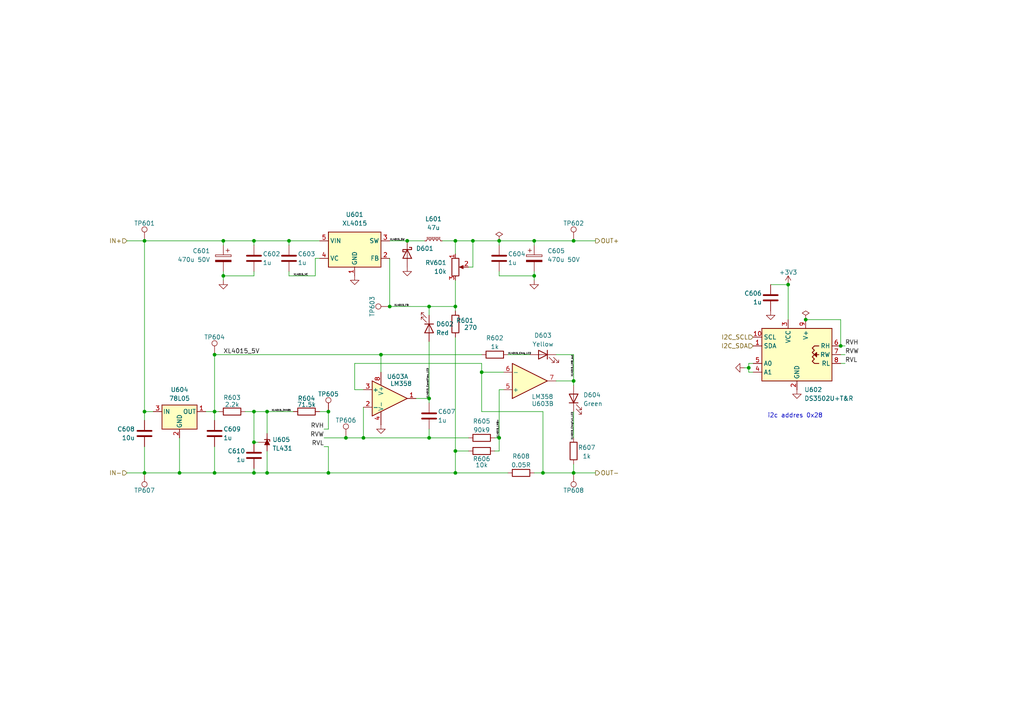
<source format=kicad_sch>
(kicad_sch (version 20250114) (generator "eeschema") (generator_version "9.0")
  (paper "A4")
  (lib_symbols
    (symbol "Amplifier_Operational:LM358" (pin_names (offset 0.127))
      (property "Reference" "U" (at 0 5.08 0))
      (property "Value" "LM358" (at 0 -5.08 0))
      (symbol "LM358_1_1"
        (polyline (pts (xy -5.08 5.08) (xy 5.08 0) (xy -5.08 -5.08) (xy -5.08 5.08)) (stroke (width 0.254)) (fill (type background)))
        (pin input line (at -7.62 2.54 0) (length 2.54) (name "+") (number "3"))
        (pin input line (at -7.62 -2.54 0) (length 2.54) (name "-") (number "2"))
        (pin output line (at 7.62 0 180) (length 2.54) (name "~") (number "1"))
      )
      (symbol "LM358_2_1"
        (polyline (pts (xy -5.08 5.08) (xy 5.08 0) (xy -5.08 -5.08) (xy -5.08 5.08)) (stroke (width 0.254)) (fill (type background)))
        (pin input line (at -7.62 2.54 0) (length 2.54) (name "+") (number "5"))
        (pin input line (at -7.62 -2.54 0) (length 2.54) (name "-") (number "6"))
        (pin output line (at 7.62 0 180) (length 2.54) (name "~") (number "7"))
      )
      (symbol "LM358_3_1"
        (pin power_in line (at -2.54 7.62 270) (length 3.81) (name "V+") (number "8"))
        (pin power_in line (at -2.54 -7.62 90) (length 3.81) (name "V-") (number "4"))
      )
    )
    (symbol "Connector:TestPoint" (pin_numbers (hide yes)) (pin_names (offset 0.762) (hide yes))
      (property "Reference" "TP" (at 0 6.858 0))
      (property "Value" "TestPoint" (at 0 5.08 0))
      (symbol "TestPoint_0_1"
        (circle (center 0 3.302) (radius 0.762))
      )
      (symbol "TestPoint_1_1"
        (pin passive line (at 0 0 90) (length 2.54) (name "1") (number "1"))
      )
    )
    (symbol "Device:C" (pin_numbers (hide yes)) (pin_names (offset 0.254))
      (property "Reference" "C" (at 0.635 2.54 0))
      (property "Value" "C" (at 0.635 -2.54 0))
      (symbol "C_0_1"
        (polyline (pts (xy -2.032 0.762) (xy 2.032 0.762)) (stroke (width 0.508)))
        (polyline (pts (xy -2.032 -0.762) (xy 2.032 -0.762)) (stroke (width 0.508)))
      )
      (symbol "C_1_1"
        (pin passive line (at 0 3.81 270) (length 2.794) (name "~") (number "1"))
        (pin passive line (at 0 -3.81 90) (length 2.794) (name "~") (number "2"))
      )
    )
    (symbol "Device:C_Polarized" (pin_numbers (hide yes)) (pin_names (offset 0.254))
      (property "Reference" "C" (at 0.635 2.54 0))
      (property "Value" "C_Polarized" (at 0.635 -2.54 0))
      (symbol "C_Polarized_0_1"
        (rectangle (start -2.286 0.508) (end 2.286 1.016))
        (polyline (pts (xy -1.778 2.286) (xy -0.762 2.286)))
        (polyline (pts (xy -1.27 2.794) (xy -1.27 1.778)))
        (rectangle (start 2.286 -0.508) (end -2.286 -1.016) (fill (type outline)))
      )
      (symbol "C_Polarized_1_1"
        (pin passive line (at 0 3.81 270) (length 2.794) (name "~") (number "1"))
        (pin passive line (at 0 -3.81 90) (length 2.794) (name "~") (number "2"))
      )
    )
    (symbol "Device:D_Schottky" (pin_numbers (hide yes)) (pin_names (offset 1.016) (hide yes))
      (property "Reference" "D" (at 0 2.54 0))
      (property "Value" "D_Schottky" (at 0 -2.54 0))
      (symbol "D_Schottky_0_1"
        (polyline (pts (xy -1.905 0.635) (xy -1.905 1.27) (xy -1.27 1.27) (xy -1.27 -1.27) (xy -0.635 -1.27) (xy -0.635 -0.635)) (stroke (width 0.254)))
        (polyline (pts (xy 1.27 1.27) (xy 1.27 -1.27) (xy -1.27 0) (xy 1.27 1.27)) (stroke (width 0.254)))
        (polyline (pts (xy 1.27 0) (xy -1.27 0)))
      )
      (symbol "D_Schottky_1_1"
        (pin passive line (at -3.81 0 0) (length 2.54) (name "K") (number "1"))
        (pin passive line (at 3.81 0 180) (length 2.54) (name "A") (number "2"))
      )
    )
    (symbol "Device:LED" (pin_numbers (hide yes)) (pin_names (offset 1.016) (hide yes))
      (property "Reference" "D" (at 0 2.54 0))
      (property "Value" "LED" (at 0 -2.54 0))
      (symbol "LED_0_1"
        (polyline (pts (xy -3.048 -0.762) (xy -4.572 -2.286) (xy -3.81 -2.286) (xy -4.572 -2.286) (xy -4.572 -1.524)))
        (polyline (pts (xy -1.778 -0.762) (xy -3.302 -2.286) (xy -2.54 -2.286) (xy -3.302 -2.286) (xy -3.302 -1.524)))
        (polyline (pts (xy -1.27 0) (xy 1.27 0)))
        (polyline (pts (xy -1.27 -1.27) (xy -1.27 1.27)) (stroke (width 0.254)))
        (polyline (pts (xy 1.27 -1.27) (xy 1.27 1.27) (xy -1.27 0) (xy 1.27 -1.27)) (stroke (width 0.254)))
      )
      (symbol "LED_1_1"
        (pin passive line (at -3.81 0 0) (length 2.54) (name "K") (number "1"))
        (pin passive line (at 3.81 0 180) (length 2.54) (name "A") (number "2"))
      )
    )
    (symbol "Device:L_Ferrite_Small" (pin_numbers (hide yes)) (pin_names (offset 0.254) (hide yes))
      (property "Reference" "L" (at 1.27 1.016 0))
      (property "Value" "L_Ferrite_Small" (at 1.27 -1.27 0))
      (symbol "L_Ferrite_Small_0_1"
        (arc (start 0 2.032) (mid 0.5058 1.524) (end 0 1.016))
        (arc (start 0 1.016) (mid 0.5058 0.508) (end 0 0))
        (arc (start 0 0) (mid 0.5058 -0.508) (end 0 -1.016))
        (arc (start 0 -1.016) (mid 0.5058 -1.524) (end 0 -2.032))
        (polyline (pts (xy 0.762 1.651) (xy 0.762 1.905)))
        (polyline (pts (xy 0.762 1.143) (xy 0.762 1.397)))
        (polyline (pts (xy 0.762 0.635) (xy 0.762 0.889)))
        (polyline (pts (xy 0.762 0.127) (xy 0.762 0.381)))
        (polyline (pts (xy 0.762 -0.381) (xy 0.762 -0.127)))
        (polyline (pts (xy 0.762 -0.889) (xy 0.762 -0.635)))
        (polyline (pts (xy 0.762 -1.397) (xy 0.762 -1.143)))
        (polyline (pts (xy 0.762 -1.905) (xy 0.762 -1.651)))
        (polyline (pts (xy 1.016 1.905) (xy 1.016 1.651)))
        (polyline (pts (xy 1.016 1.397) (xy 1.016 1.143)))
        (polyline (pts (xy 1.016 0.889) (xy 1.016 0.635)))
        (polyline (pts (xy 1.016 0.381) (xy 1.016 0.127)))
        (polyline (pts (xy 1.016 -0.127) (xy 1.016 -0.381)))
        (polyline (pts (xy 1.016 -0.635) (xy 1.016 -0.889)))
        (polyline (pts (xy 1.016 -1.143) (xy 1.016 -1.397)))
        (polyline (pts (xy 1.016 -1.651) (xy 1.016 -1.905)))
      )
      (symbol "L_Ferrite_Small_1_1"
        (pin passive line (at 0 2.54 270) (length 0.508) (name "~") (number "1"))
        (pin passive line (at 0 -2.54 90) (length 0.508) (name "~") (number "2"))
      )
    )
    (symbol "Device:R" (pin_numbers (hide yes)) (pin_names (offset 0))
      (property "Reference" "R" (at 2.032 0 90))
      (property "Value" "R" (at 0 0 90))
      (symbol "R_0_1"
        (rectangle (start -1.016 -2.54) (end 1.016 2.54) (stroke (width 0.254)))
      )
      (symbol "R_1_1"
        (pin passive line (at 0 3.81 270) (length 1.27) (name "~") (number "1"))
        (pin passive line (at 0 -3.81 90) (length 1.27) (name "~") (number "2"))
      )
    )
    (symbol "Device:R_Potentiometer" (pin_names (offset 1.016) (hide yes))
      (property "Reference" "RV" (at -4.445 0 90))
      (property "Value" "R_Potentiometer" (at -2.54 0 90))
      (symbol "R_Potentiometer_0_1"
        (rectangle (start 1.016 2.54) (end -1.016 -2.54) (stroke (width 0.254)))
        (polyline (pts (xy 1.143 0) (xy 2.286 0.508) (xy 2.286 -0.508) (xy 1.143 0)) (fill (type outline)))
        (polyline (pts (xy 2.54 0) (xy 1.524 0)))
      )
      (symbol "R_Potentiometer_1_1"
        (pin passive line (at 0 3.81 270) (length 1.27) (name "1") (number "1"))
        (pin passive line (at 0 -3.81 90) (length 1.27) (name "3") (number "3"))
        (pin passive line (at 3.81 0 180) (length 1.27) (name "2") (number "2"))
      )
    )
    (symbol "Potentiometer_Digital:DS3502"
      (property "Reference" "U6" (at -10.16 8.89 0))
      (property "Value" "DS3502" (at 5.08 8.89 0))
      (symbol "DS3502_0_1"
        (rectangle (start -10.16 7.62) (end 10.16 -7.62) (stroke (width 0.254)) (fill (type background)))
        (polyline (pts (xy 6.35 2.54) (xy 5.08 2.54) (xy 4.445 1.905) (xy 5.08 1.27) (xy 4.445 0.635) (xy 5.08 0) (xy 4.445 -0.635) (xy 5.08 -1.27) (xy 4.445 -1.905) (xy 5.08 -2.54) (xy 6.35 -2.54)) (stroke (width 0.254)))
        (polyline (pts (xy 6.35 0) (xy 5.715 0) (xy 5.08 0) (xy 5.715 0.635) (xy 5.715 -0.635) (xy 5.08 0)) (stroke (width 0.254)) (fill (type outline)))
      )
      (symbol "DS3502_1_1"
        (pin input line (at -12.7 5.08 0) (length 2.54) (name "SCL") (number "10"))
        (pin bidirectional line (at -12.7 2.54 0) (length 2.54) (name "SDA") (number "1"))
        (pin input line (at -12.7 -2.54 0) (length 2.54) (name "A0") (number "5"))
        (pin input line (at -12.7 -5.08 0) (length 2.54) (name "A1") (number "4"))
        (pin power_in line (at -2.54 10.16 270) (length 2.54) (name "VCC") (number "3"))
        (pin power_in line (at 0 -10.16 90) (length 2.54) (name "GND") (number "2"))
        (pin power_in line (at 2.54 10.16 270) (length 2.54) (name "V+") (number "9"))
        (pin passive line (at 12.7 2.54 180) (length 2.54) (name "RH") (number "6"))
        (pin passive line (at 12.7 0 180) (length 2.54) (name "RW") (number "7"))
        (pin passive line (at 12.7 -2.54 180) (length 2.54) (name "RL") (number "8"))
      )
    )
    (symbol "Reference_Voltage:TL431DBZ" (pin_numbers (hide yes)) (pin_names (hide yes))
      (property "Reference" "U" (at -2.54 2.54 0))
      (property "Value" "TL431DBZ" (at 0 -2.54 0))
      (symbol "TL431DBZ_0_1"
        (polyline (pts (xy -1.27 0) (xy 0 0) (xy 1.27 0)))
        (polyline (pts (xy -0.762 -0.762) (xy -0.762 0.762) (xy 0.762 0) (xy -0.762 -0.762)) (fill (type outline)))
        (polyline (pts (xy 0.254 -0.762) (xy 0.762 -0.762) (xy 0.762 0.762) (xy 0.762 0.762)) (stroke (width 0.254)))
      )
      (symbol "TL431DBZ_1_1"
        (pin passive line (at -2.54 0 0) (length 2.54) (name "A") (number "3"))
        (pin passive line (at 0 2.54 270) (length 2.54) (name "REF") (number "2"))
        (pin passive line (at 2.54 0 180) (length 2.54) (name "K") (number "1"))
      )
    )
    (symbol "Regulator_Linear:L78L05_SOT89" (pin_names (offset 0.254))
      (property "Reference" "U" (at -3.81 3.175 0))
      (property "Value" "L78L05_SOT89" (at -0.635 3.175 0))
      (symbol "L78L05_SOT89_0_1"
        (rectangle (start -5.08 1.905) (end 5.08 -5.08) (stroke (width 0.254)) (fill (type background)))
      )
      (symbol "L78L05_SOT89_1_1"
        (pin power_in line (at -7.62 0 0) (length 2.54) (name "IN") (number "3"))
        (pin power_in line (at 0 -7.62 90) (length 2.54) (name "GND") (number "2"))
        (pin power_out line (at 7.62 0 180) (length 2.54) (name "OUT") (number "1"))
      )
    )
    (symbol "Regulator_Switching:XL4015"
      (property "Reference" "U?" (at -6.35 6.35 0))
      (property "Value" "XL4015" (at 6.35 6.35 0))
      (symbol "XL4015_0_1"
        (rectangle (start -7.62 5.08) (end 7.62 -5.08) (stroke (width 0.254)) (fill (type background)))
      )
      (symbol "XL4015_1_1"
        (pin power_in line (at -10.16 2.54 0) (length 2.54) (name "VIN") (number "5"))
        (pin input line (at -10.16 -2.54 0) (length 2.54) (name "VC") (number "4"))
        (pin power_in line (at 0 -7.62 90) (length 2.54) (name "GND") (number "1"))
        (pin power_out line (at 10.16 2.54 180) (length 2.54) (name "SW") (number "3"))
        (pin input line (at 10.16 -2.54 180) (length 2.54) (name "FB") (number "2"))
      )
    )
    (symbol "power:+3V3" (power) (pin_numbers (hide yes)) (pin_names (offset 0) (hide yes))
      (property "Value" "+3V3" (at 0 3.556 0))
      (symbol "+3V3_0_1"
        (polyline (pts (xy -0.762 1.27) (xy 0 2.54)))
        (polyline (pts (xy 0 2.54) (xy 0.762 1.27)))
        (polyline (pts (xy 0 0) (xy 0 2.54)))
      )
      (symbol "+3V3_1_1"
        (pin power_in line (at 0 0 90) (length 0) (name "~") (number "1"))
      )
    )
    (symbol "power:GND" (power) (pin_numbers (hide yes)) (pin_names (offset 0) (hide yes))
      (property "Value" "GND" (at 0 -3.81 0))
      (symbol "GND_0_1"
        (polyline (pts (xy 0 0) (xy 0 -1.27) (xy 1.27 -1.27) (xy 0 -2.54) (xy -1.27 -1.27) (xy 0 -1.27)))
      )
      (symbol "GND_1_1"
        (pin power_in line (at 0 0 270) (length 0) (name "~") (number "1"))
      )
    )
    (symbol "power:PWR_FLAG" (power) (pin_numbers (hide yes)) (pin_names (offset 0) (hide yes))
      (property "Value" "PWR_FLAG" (at 0 3.81 0))
      (symbol "PWR_FLAG_0_0"
        (pin power_out line (at 0 0 90) (length 0) (name "~") (number "1"))
      )
      (symbol "PWR_FLAG_0_1"
        (polyline (pts (xy 0 0) (xy 0 1.27) (xy -1.016 1.905) (xy 0 2.54) (xy 1.016 1.905) (xy 0 1.27)))
      )
    )
  )
  (text "i2c addres 0x28" (at 230.632 120.65 0) (effects (font (size 1.27 1.27))))
  (junction (at 83.82 69.85))
  (junction (at 137.16 69.85))
  (junction (at 73.66 128.27))
  (junction (at 124.46 115.57))
  (junction (at 217.17 106.68))
  (junction (at 139.7 107.95))
  (junction (at 95.25 119.38))
  (junction (at 77.47 137.16))
  (junction (at 132.08 130.81))
  (junction (at 166.37 69.85))
  (junction (at 228.6 82.55))
  (junction (at 144.78 69.85))
  (junction (at 52.07 137.16))
  (junction (at 124.46 127))
  (junction (at 118.11 69.85))
  (junction (at 95.25 137.16))
  (junction (at 64.77 80.01))
  (junction (at 100.33 127))
  (junction (at 144.78 127))
  (junction (at 113.03 88.9))
  (junction (at 132.08 69.85))
  (junction (at 64.77 69.85))
  (junction (at 62.23 137.16))
  (junction (at 41.91 137.16))
  (junction (at 124.46 88.9))
  (junction (at 157.48 137.16))
  (junction (at 110.49 102.87))
  (junction (at 154.94 69.85))
  (junction (at 166.37 110.49))
  (junction (at 73.66 119.38))
  (junction (at 41.91 69.85))
  (junction (at 233.68 92.71))
  (junction (at 73.66 137.16))
  (junction (at 62.23 119.38))
  (junction (at 62.23 102.87))
  (junction (at 243.84 100.33))
  (junction (at 166.37 137.16))
  (junction (at 73.66 69.85))
  (junction (at 154.94 80.01))
  (junction (at 132.08 137.16))
  (junction (at 105.41 127))
  (junction (at 77.47 119.38))
  (junction (at 132.08 88.9))
  (junction (at 41.91 119.38))
  (wire (pts (xy 64.77 71.12) (xy 64.77 69.85)))
  (wire (pts (xy 144.78 127) (xy 143.51 127)))
  (wire (pts (xy 73.66 69.85) (xy 73.66 71.12)))
  (wire (pts (xy 132.08 69.85) (xy 132.08 73.66)))
  (wire (pts (xy 166.37 137.16) (xy 157.48 137.16)))
  (wire (pts (xy 110.49 102.87) (xy 139.7 102.87)))
  (wire (pts (xy 62.23 129.54) (xy 62.23 137.16)))
  (wire (pts (xy 102.87 113.03) (xy 105.41 113.03)))
  (wire (pts (xy 245.11 102.87) (xy 243.84 102.87)))
  (wire (pts (xy 52.07 127) (xy 52.07 137.16)))
  (wire (pts (xy 154.94 78.74) (xy 154.94 80.01)))
  (wire (pts (xy 83.82 69.85) (xy 92.71 69.85)))
  (wire (pts (xy 124.46 99.06) (xy 124.46 115.57)))
  (wire (pts (xy 113.03 88.9) (xy 124.46 88.9)))
  (wire (pts (xy 144.78 69.85) (xy 154.94 69.85)))
  (wire (pts (xy 166.37 102.87) (xy 166.37 110.49)))
  (wire (pts (xy 64.77 80.01) (xy 64.77 78.74)))
  (wire (pts (xy 147.32 102.87) (xy 153.67 102.87)))
  (wire (pts (xy 128.27 69.85) (xy 132.08 69.85)))
  (wire (pts (xy 132.08 97.79) (xy 132.08 130.81)))
  (wire (pts (xy 62.23 102.87) (xy 62.23 119.38)))
  (wire (pts (xy 218.44 105.41) (xy 217.17 105.41)))
  (wire (pts (xy 73.66 78.74) (xy 73.66 80.01)))
  (wire (pts (xy 245.11 105.41) (xy 243.84 105.41)))
  (wire (pts (xy 132.08 130.81) (xy 132.08 137.16)))
  (wire (pts (xy 217.17 106.68) (xy 217.17 107.95)))
  (wire (pts (xy 144.78 130.81) (xy 143.51 130.81)))
  (wire (pts (xy 124.46 115.57) (xy 124.46 116.84)))
  (wire (pts (xy 95.25 124.46) (xy 95.25 119.38)))
  (wire (pts (xy 124.46 88.9) (xy 124.46 91.44)))
  (wire (pts (xy 166.37 110.49) (xy 166.37 111.76)))
  (wire (pts (xy 73.66 137.16) (xy 73.66 135.89)))
  (wire (pts (xy 62.23 137.16) (xy 73.66 137.16)))
  (wire (pts (xy 166.37 69.85) (xy 154.94 69.85)))
  (wire (pts (xy 41.91 129.54) (xy 41.91 137.16)))
  (wire (pts (xy 64.77 81.28) (xy 64.77 80.01)))
  (wire (pts (xy 95.25 129.54) (xy 93.98 129.54)))
  (wire (pts (xy 124.46 88.9) (xy 132.08 88.9)))
  (wire (pts (xy 113.03 69.85) (xy 118.11 69.85)))
  (wire (pts (xy 139.7 105.41) (xy 139.7 107.95)))
  (wire (pts (xy 135.89 77.47) (xy 137.16 77.47)))
  (wire (pts (xy 71.12 119.38) (xy 73.66 119.38)))
  (wire (pts (xy 137.16 69.85) (xy 144.78 69.85)))
  (wire (pts (xy 157.48 137.16) (xy 154.94 137.16)))
  (wire (pts (xy 73.66 80.01) (xy 64.77 80.01)))
  (wire (pts (xy 166.37 119.38) (xy 166.37 127)))
  (wire (pts (xy 92.71 119.38) (xy 95.25 119.38)))
  (wire (pts (xy 144.78 80.01) (xy 144.78 78.74)))
  (wire (pts (xy 41.91 137.16) (xy 52.07 137.16)))
  (wire (pts (xy 132.08 81.28) (xy 132.08 88.9)))
  (wire (pts (xy 172.72 137.16) (xy 166.37 137.16)))
  (wire (pts (xy 83.82 71.12) (xy 83.82 69.85)))
  (wire (pts (xy 215.9 106.68) (xy 217.17 106.68)))
  (wire (pts (xy 77.47 119.38) (xy 85.09 119.38)))
  (wire (pts (xy 154.94 71.12) (xy 154.94 69.85)))
  (wire (pts (xy 92.71 74.93) (xy 91.44 74.93)))
  (wire (pts (xy 41.91 119.38) (xy 41.91 69.85)))
  (wire (pts (xy 154.94 81.28) (xy 154.94 80.01)))
  (wire (pts (xy 243.84 92.71) (xy 233.68 92.71)))
  (wire (pts (xy 132.08 90.17) (xy 132.08 88.9)))
  (wire (pts (xy 63.5 119.38) (xy 62.23 119.38)))
  (wire (pts (xy 95.25 137.16) (xy 132.08 137.16)))
  (wire (pts (xy 77.47 137.16) (xy 73.66 137.16)))
  (wire (pts (xy 62.23 102.87) (xy 110.49 102.87)))
  (wire (pts (xy 144.78 127) (xy 144.78 130.81)))
  (wire (pts (xy 100.33 127) (xy 105.41 127)))
  (wire (pts (xy 154.94 80.01) (xy 144.78 80.01)))
  (wire (pts (xy 157.48 119.38) (xy 157.48 137.16)))
  (wire (pts (xy 132.08 69.85) (xy 137.16 69.85)))
  (wire (pts (xy 120.65 115.57) (xy 124.46 115.57)))
  (wire (pts (xy 102.87 105.41) (xy 102.87 113.03)))
  (wire (pts (xy 93.98 124.46) (xy 95.25 124.46)))
  (wire (pts (xy 77.47 119.38) (xy 77.47 125.73)))
  (wire (pts (xy 41.91 119.38) (xy 44.45 119.38)))
  (wire (pts (xy 146.05 113.03) (xy 144.78 113.03)))
  (wire (pts (xy 93.98 127) (xy 100.33 127)))
  (wire (pts (xy 91.44 74.93) (xy 91.44 80.01)))
  (wire (pts (xy 144.78 113.03) (xy 144.78 127)))
  (wire (pts (xy 102.87 105.41) (xy 139.7 105.41)))
  (wire (pts (xy 147.32 137.16) (xy 132.08 137.16)))
  (wire (pts (xy 41.91 121.92) (xy 41.91 119.38)))
  (wire (pts (xy 144.78 69.85) (xy 144.78 71.12)))
  (wire (pts (xy 73.66 128.27) (xy 74.93 128.27)))
  (wire (pts (xy 77.47 130.81) (xy 77.47 137.16)))
  (wire (pts (xy 217.17 105.41) (xy 217.17 106.68)))
  (wire (pts (xy 243.84 92.71) (xy 243.84 100.33)))
  (wire (pts (xy 132.08 130.81) (xy 135.89 130.81)))
  (wire (pts (xy 77.47 137.16) (xy 95.25 137.16)))
  (wire (pts (xy 59.69 119.38) (xy 62.23 119.38)))
  (wire (pts (xy 73.66 69.85) (xy 83.82 69.85)))
  (wire (pts (xy 139.7 107.95) (xy 146.05 107.95)))
  (wire (pts (xy 41.91 69.85) (xy 64.77 69.85)))
  (wire (pts (xy 161.29 102.87) (xy 166.37 102.87)))
  (wire (pts (xy 36.83 69.85) (xy 41.91 69.85)))
  (wire (pts (xy 218.44 107.95) (xy 217.17 107.95)))
  (wire (pts (xy 95.25 129.54) (xy 95.25 137.16)))
  (wire (pts (xy 139.7 107.95) (xy 139.7 119.38)))
  (wire (pts (xy 113.03 74.93) (xy 113.03 88.9)))
  (wire (pts (xy 166.37 134.62) (xy 166.37 137.16)))
  (wire (pts (xy 228.6 82.55) (xy 228.6 92.71)))
  (wire (pts (xy 36.83 137.16) (xy 41.91 137.16)))
  (wire (pts (xy 62.23 119.38) (xy 62.23 121.92)))
  (wire (pts (xy 124.46 124.46) (xy 124.46 127)))
  (wire (pts (xy 110.49 102.87) (xy 110.49 107.95)))
  (wire (pts (xy 118.11 69.85) (xy 123.19 69.85)))
  (wire (pts (xy 52.07 137.16) (xy 62.23 137.16)))
  (wire (pts (xy 135.89 127) (xy 124.46 127)))
  (wire (pts (xy 73.66 119.38) (xy 77.47 119.38)))
  (wire (pts (xy 137.16 69.85) (xy 137.16 77.47)))
  (wire (pts (xy 73.66 119.38) (xy 73.66 128.27)))
  (wire (pts (xy 105.41 118.11) (xy 105.41 127)))
  (wire (pts (xy 223.52 82.55) (xy 228.6 82.55)))
  (wire (pts (xy 83.82 80.01) (xy 83.82 78.74)))
  (wire (pts (xy 166.37 69.85) (xy 172.72 69.85)))
  (wire (pts (xy 83.82 80.01) (xy 91.44 80.01)))
  (wire (pts (xy 64.77 69.85) (xy 73.66 69.85)))
  (wire (pts (xy 245.11 100.33) (xy 243.84 100.33)))
  (wire (pts (xy 105.41 127) (xy 124.46 127)))
  (wire (pts (xy 166.37 110.49) (xy 161.29 110.49)))
  (wire (pts (xy 139.7 119.38) (xy 157.48 119.38)))
  (label "XL4015_LMB+" (at 144.78 127 90) (effects (font (size 0.5 0.5))))
  (label "XL4015_Chrg_LED" (at 147.32 102.87 0) (effects (font (size 0.5 0.5))))
  (label "XL4015_VC" (at 85.09 80.01 0) (effects (font (size 0.5 0.5))))
  (label "XL4015_LMB_out" (at 166.37 102.87 270) (effects (font (size 0.5 0.5))))
  (label "RVL" (at 93.98 129.54 180))
  (label "RVH" (at 93.98 124.46 180))
  (label "XL4015_ConstFlow_LED" (at 124.46 106.68 270) (effects (font (size 0.5 0.5))))
  (label "RVW" (at 245.11 102.87 0))
  (label "RVW" (at 93.98 127 180))
  (label "RVL" (at 245.11 105.41 0))
  (label "XL4015_2V495" (at 78.74 119.38 0) (effects (font (size 0.5 0.5))))
  (label "XL4015_FB" (at 114.3 88.9 0) (effects (font (size 0.5 0.5))))
  (label "XL4015_ChrgFull_LED" (at 166.37 119.38 270) (effects (font (size 0.5 0.5))))
  (label "XL4015_SW" (at 113.03 69.85 0) (effects (font (size 0.5 0.5))))
  (label "XL4015_5V" (at 64.77 102.87 0))
  (label "RVH" (at 245.11 100.33 0))
  (hierarchical_label "IN+" (shape input) (at 36.83 69.85 180))
  (hierarchical_label "OUT-" (shape output) (at 172.72 137.16 0))
  (hierarchical_label "OUT+" (shape output) (at 172.72 69.85 0))
  (hierarchical_label "I2C_SDA" (shape input) (at 218.44 100.33 180))
  (hierarchical_label "IN-" (shape input) (at 36.83 137.16 180))
  (hierarchical_label "I2C_SCL" (shape input) (at 218.44 97.79 180))
  (symbol (lib_id "Device:R_Potentiometer") (at 132.08 77.47 0) (unit 1) (in_bom no)
    (property "Reference" "RV601" (at 129.54 76.1999 0) (effects (justify right)))
    (property "Value" "10k" (at 129.54 78.7399 0) (effects (justify right)))
    (property "Footprint" "Potentiometer_THT:Potentiometer_Bourns_3299W_Vertical" (effects (hide yes)))
    (property "Datasheet" "https://pl.aliexpress.com/item/1005008683700603.html?spm=a2g0o.order_list.order_list_main.10.7a7d1c24HiJeMK&gatewayAdapt=glo2pol" (effects (hide yes)))
    (property "Description" "Potentiometer" (effects (hide yes)))
  )
  (symbol (lib_id "power:PWR_FLAG") (at 233.68 92.71 0) (unit 1)
    (property "Reference" "#FLG0602" (effects (hide yes)))
    (property "Value" "PWR_FLAG" (effects (hide yes)))
    (property "Description" "Special symbol for telling ERC where power comes from" (effects (hide yes)))
  )
  (symbol (lib_id "Device:R") (at 143.51 102.87 90) (unit 1)
    (property "Reference" "R602" (at 143.51 98.044 90))
    (property "Value" "1k" (at 143.51 100.584 90))
    (property "Footprint" "Resistor_SMD:R_0805_2012Metric" (effects (hide yes)))
    (property "Description" "Resistor" (effects (hide yes)))
    (property "JLCPCB Part" "C17513" (effects (hide yes)))
    (property "Link" "https://jlcpcb.com/partdetail/18201-0805W8F1001T5E/C17513" (effects (hide yes)))
    (property "MFR Part" "0805W8F1001T5E" (effects (hide yes)))
    (property "Manufacturer" "UNI-ROYAL(Uniroyal Elec)" (effects (hide yes)))
  )
  (symbol (lib_id "Device:LED") (at 166.37 115.57 90) (unit 1)
    (property "Reference" "D604" (at 169.164 114.554 90) (effects (justify right)))
    (property "Value" "Green" (at 169.164 117.094 90) (effects (justify right)))
    (property "Footprint" "LED_SMD:LED_0805_2012Metric" (effects (hide yes)))
    (property "Description" "Light emitting diode" (effects (hide yes)))
    (property "Sim.Pins" "1=K 2=A" (effects (hide yes)))
    (property "JLCPCB Part" " C2297" (effects (hide yes)))
    (property "Link" "https://jlcpcb.com/partdetail/Hubei_KENTOElec-KT0805G/C2297" (effects (hide yes)))
    (property "MFR Part" " KT-0805G" (effects (hide yes)))
    (property "Manufacturer" " Hubei KENTO Elec" (effects (hide yes)))
  )
  (symbol (lib_id "power:GND") (at 231.14 113.03 0) (unit 1)
    (property "Reference" "#PWR0608" (effects (hide yes)))
    (property "Value" "GND" (effects (hide yes)))
    (property "Description" "Power symbol creates a global label with name \"GND\" , ground" (effects (hide yes)))
  )
  (symbol (lib_id "Connector:TestPoint") (at 41.91 69.85 0) (unit 1) (in_bom no)
    (property "Reference" "TP601" (at 41.91 64.77 0))
    (property "Value" "TestPoint" (effects (hide yes)))
    (property "Footprint" "TestPoint:TestPoint_THTPad_D1.5mm_Drill0.7mm" (effects (hide yes)))
    (property "Description" "test point" (effects (hide yes)))
  )
  (symbol (lib_id "Potentiometer_Digital:DS3502") (at 231.14 102.87 0) (unit 1)
    (property "Reference" "U602" (at 233.2833 113.03 0) (effects (justify left)))
    (property "Value" "DS3502U+T&R" (at 233.2833 115.57 0) (effects (justify left)))
    (property "Footprint" "Package_SO:TSSOP-10_3x3mm_P0.5mm" (effects (hide yes)))
    (property "Datasheet" "https://www.analog.com/media/en/technical-documentation/data-sheets/DS3502.pdf" (effects (hide yes)))
    (property "Description" "Digital potentiometer, 128 position, single output, I2C interface, non-volatile with EEPROM" (effects (hide yes)))
    (property "JLCPCB Part" "C2649363" (effects (hide yes)))
    (property "Link" "https://jlcpcb.com/partdetail/2741272-DS3502U_TR/C2649363" (effects (hide yes)))
    (property "MFR Part" "DS3502U+T&R " (effects (hide yes)))
    (property "Manufacturer" "Analog Devices Inc./Maxim Integrated" (effects (hide yes)))
  )
  (symbol (lib_id "Device:C") (at 62.23 125.73 0) (unit 1)
    (property "Reference" "C609" (at 64.77 124.46 0) (effects (justify left)))
    (property "Value" "1u" (at 64.77 127 0) (effects (justify left)))
    (property "Footprint" "Capacitor_SMD:C_0805_2012Metric" (effects (hide yes)))
    (property "Description" "Unpolarized capacitor" (effects (hide yes)))
    (property "MFR Part" "CL21B105KBFNNNE" (effects (hide yes)))
    (property "Manufacturer" "Samsung Electro-Mechanics" (effects (hide yes)))
    (property "JLCPCB Part" "C28323" (effects (hide yes)))
    (property "Link" "https://jlcpcb.com/partdetail/29074-CL21B105KBFNNNE/C28323" (effects (hide yes)))
  )
  (symbol (lib_id "Device:C") (at 83.82 74.93 0) (unit 1)
    (property "Reference" "C603" (at 86.36 73.66 0) (effects (justify left)))
    (property "Value" "1u" (at 86.36 76.2 0) (effects (justify left)))
    (property "Footprint" "Capacitor_SMD:C_0805_2012Metric" (effects (hide yes)))
    (property "Description" "Unpolarized capacitor" (effects (hide yes)))
    (property "MFR Part" "CL21B105KBFNNNE" (effects (hide yes)))
    (property "Manufacturer" "Samsung Electro-Mechanics" (effects (hide yes)))
    (property "JLCPCB Part" "C28323" (effects (hide yes)))
    (property "Link" "https://jlcpcb.com/partdetail/29074-CL21B105KBFNNNE/C28323" (effects (hide yes)))
  )
  (symbol (lib_id "Device:C") (at 223.52 86.36 0) (mirror y) (unit 1)
    (property "Reference" "C606" (at 220.98 85.09 0) (effects (justify left)))
    (property "Value" "1u" (at 220.98 87.63 0) (effects (justify left)))
    (property "Footprint" "Capacitor_SMD:C_0805_2012Metric" (effects (hide yes)))
    (property "Description" "Unpolarized capacitor" (effects (hide yes)))
    (property "MFR Part" "CL21B105KBFNNNE" (effects (hide yes)))
    (property "Manufacturer" "Samsung Electro-Mechanics" (effects (hide yes)))
    (property "JLCPCB Part" "C28323" (effects (hide yes)))
    (property "Link" "https://jlcpcb.com/partdetail/29074-CL21B105KBFNNNE/C28323" (effects (hide yes)))
  )
  (symbol (lib_id "power:GND") (at 118.11 77.47 0) (unit 1)
    (property "Reference" "#PWR0601" (effects (hide yes)))
    (property "Value" "GND" (effects (hide yes)))
    (property "Description" "Power symbol creates a global label with name \"GND\" , ground" (effects (hide yes)))
  )
  (symbol (lib_id "Regulator_Linear:L78L05_SOT89") (at 52.07 119.38 0) (unit 1)
    (property "Reference" "U604" (at 52.07 113.03 0))
    (property "Value" "78L05" (at 52.07 115.57 0))
    (property "Footprint" "Package_TO_SOT_SMD:SOT-89-3" (effects (hide yes)))
    (property "Datasheet" "http://www.st.com/content/ccc/resource/technical/document/datasheet/15/55/e5/aa/23/5b/43/fd/CD00000446.pdf/files/CD00000446.pdf/jcr:content/translations/en.CD00000446.pdf" (effects (hide yes)))
    (property "Description" "Positive 100mA 30V Linear Regulator, Fixed Output 5V, SOT-89" (effects (hide yes)))
    (property "JLCPCB Part" "C71136" (effects (hide yes)))
    (property "Link" "https://jlcpcb.com/partdetail/UTC_Unisonic_Tech-78L05G_AB3R/C71136" (effects (hide yes)))
    (property "MFR Part" "78L05G-AB3-R" (effects (hide yes)))
    (property "Manufacturer" "UTC(Unisonic Tech)" (effects (hide yes)))
  )
  (symbol (lib_id "Connector:TestPoint") (at 113.03 88.9 90) (unit 1) (in_bom no)
    (property "Reference" "TP603" (at 107.95 88.9 0))
    (property "Value" "TestPoint" (effects (hide yes)))
    (property "Footprint" "TestPoint:TestPoint_THTPad_D1.5mm_Drill0.7mm" (effects (hide yes)))
    (property "Description" "test point" (effects (hide yes)))
  )
  (symbol (lib_id "power:GND") (at 64.77 81.28 0) (unit 1)
    (property "Reference" "#PWR0603" (effects (hide yes)))
    (property "Value" "GND" (effects (hide yes)))
    (property "Description" "Power symbol creates a global label with name \"GND\" , ground" (effects (hide yes)))
  )
  (symbol (lib_id "power:GND") (at 110.49 123.19 0) (unit 1)
    (property "Reference" "#PWR0609" (effects (hide yes)))
    (property "Value" "GND" (effects (hide yes)))
    (property "Description" "Power symbol creates a global label with name \"GND\" , ground" (effects (hide yes)))
  )
  (symbol (lib_id "Amplifier_Operational:LM358") (at 113.03 115.57 0) (unit 3)
    (property "Reference" "U603" (effects (hide yes)))
    (property "Value" "LM358" (effects (hide yes)))
    (property "Footprint" "Package_SO:SOIC-8_3.9x4.9mm_P1.27mm" (effects (hide yes)))
    (property "Datasheet" "http://www.ti.com/lit/ds/symlink/lm2904-n.pdf" (effects (hide yes)))
    (property "Description" "Low-Power, Dual Operational Amplifiers, DIP-8/SOIC-8/TO-99-8" (effects (hide yes)))
    (property "JLCPCB Part" "C7950 " (effects (hide yes)))
    (property "Link" "https://jlcpcb.com/partdetail/onsemi-LM358DR2G/C7950" (effects (hide yes)))
    (property "MFR Part" "LM358DR2G" (effects (hide yes)))
    (property "Manufacturer" "onsemi " (effects (hide yes)))
  )
  (symbol (lib_id "Device:R") (at 67.31 119.38 90) (unit 1)
    (property "Reference" "R603" (at 67.31 115.316 90))
    (property "Value" "2.2k" (at 67.31 117.348 90))
    (property "Footprint" "Resistor_SMD:R_0805_2012Metric" (effects (hide yes)))
    (property "Description" "Resistor" (effects (hide yes)))
    (property "JLCPCB Part" "C17520" (effects (hide yes)))
    (property "Link" "https://jlcpcb.com/partdetail/18208-0805W8F2201T5E/C17520" (effects (hide yes)))
    (property "MFR Part" "0805W8F2201T5E" (effects (hide yes)))
    (property "Manufacturer" "UNI-ROYAL(Uniroyal Elec)" (effects (hide yes)))
  )
  (symbol (lib_id "Connector:TestPoint") (at 166.37 69.85 0) (unit 1) (in_bom no)
    (property "Reference" "TP602" (at 166.37 64.77 0))
    (property "Value" "TestPoint" (effects (hide yes)))
    (property "Footprint" "TestPoint:TestPoint_THTPad_D1.5mm_Drill0.7mm" (effects (hide yes)))
    (property "Description" "test point" (effects (hide yes)))
  )
  (symbol (lib_id "Regulator_Switching:XL4015") (at 102.87 72.39 0) (unit 1)
    (property "Reference" "U601" (at 102.87 62.23 0))
    (property "Value" "XL4015" (at 102.87 64.77 0))
    (property "Footprint" "Package_TO_SOT_SMD:TO-263-5_TabPin3" (effects (hide yes)))
    (property "Datasheet" "http://www.xlsemi.net/datasheet/XL4015%20datasheet-English.pdf" (effects (hide yes)))
    (property "Description" "5A 180kHz 36V Buck DC to DC Converter" (effects (hide yes)))
    (property "JLCPCB Part" " C51661" (effects (hide yes)))
    (property "Link" "https://jlcpcb.com/partdetail/XLSEMI-XL4015E1/C51661" (effects (hide yes)))
    (property "MFR Part" "XL4015E1" (effects (hide yes)))
    (property "Manufacturer" " XLSEMI" (effects (hide yes)))
  )
  (symbol (lib_id "Device:D_Schottky") (at 118.11 73.66 270) (unit 1)
    (property "Reference" "D601" (at 120.65 72.0724 90) (effects (justify left)))
    (property "Value" "MBRD1045" (effects (hide yes)))
    (property "Footprint" "Diode_SMD:D_SMA" (effects (hide yes)))
    (property "Description" "Schottky diode" (effects (hide yes)))
    (property "JLCPCB Part" "C22452" (effects (hide yes)))
    (property "Link" "https://jlcpcb.com/partdetail/MDD_Microdiode_Semiconductor-SS54/C22452" (effects (hide yes)))
    (property "MFR Part" "C22452" (effects (hide yes)))
    (property "Manufacturer" "MDD(Microdiode Semiconductor)" (effects (hide yes)))
  )
  (symbol (lib_id "Connector:TestPoint") (at 95.25 119.38 0) (unit 1) (in_bom no)
    (property "Reference" "TP605" (at 95.25 114.3 0))
    (property "Value" "TestPoint" (effects (hide yes)))
    (property "Footprint" "TestPoint:TestPoint_THTPad_D1.5mm_Drill0.7mm" (effects (hide yes)))
    (property "Description" "test point" (effects (hide yes)))
  )
  (symbol (lib_id "Connector:TestPoint") (at 41.91 137.16 180) (unit 1) (in_bom no)
    (property "Reference" "TP607" (at 41.91 142.24 0))
    (property "Value" "TestPoint" (effects (hide yes)))
    (property "Footprint" "TestPoint:TestPoint_THTPad_D1.5mm_Drill0.7mm" (effects (hide yes)))
    (property "Description" "test point" (effects (hide yes)))
  )
  (symbol (lib_id "Device:C") (at 73.66 132.08 0) (mirror y) (unit 1)
    (property "Reference" "C610" (at 71.12 130.81 0) (effects (justify left)))
    (property "Value" "1u" (at 71.12 133.35 0) (effects (justify left)))
    (property "Footprint" "Capacitor_SMD:C_0805_2012Metric" (effects (hide yes)))
    (property "Description" "Unpolarized capacitor" (effects (hide yes)))
    (property "MFR Part" "CL21B105KBFNNNE" (effects (hide yes)))
    (property "Manufacturer" "Samsung Electro-Mechanics" (effects (hide yes)))
    (property "JLCPCB Part" "C28323" (effects (hide yes)))
    (property "Link" "https://jlcpcb.com/partdetail/29074-CL21B105KBFNNNE/C28323" (effects (hide yes)))
  )
  (symbol (lib_id "Connector:TestPoint") (at 166.37 137.16 180) (unit 1) (in_bom no)
    (property "Reference" "TP608" (at 166.37 142.24 0))
    (property "Value" "TestPoint" (effects (hide yes)))
    (property "Footprint" "TestPoint:TestPoint_THTPad_D1.5mm_Drill0.7mm" (effects (hide yes)))
    (property "Description" "test point" (effects (hide yes)))
  )
  (symbol (lib_id "Device:LED") (at 157.48 102.87 0) (mirror y) (unit 1)
    (property "Reference" "D603" (at 157.48 97.282 0))
    (property "Value" "Yellow" (at 157.48 99.822 0))
    (property "Footprint" "LED_SMD:LED_0805_2012Metric" (effects (hide yes)))
    (property "Description" "Light emitting diode" (effects (hide yes)))
    (property "Sim.Pins" "1=K 2=A" (effects (hide yes)))
    (property "JLCPCB Part" " C2296" (effects (hide yes)))
    (property "Link" "https://jlcpcb.com/partdetail/Hubei_KENTOElec-KT0805Y/C2296" (effects (hide yes)))
    (property "MFR Part" " KT-0805Y" (effects (hide yes)))
    (property "Manufacturer" " Hubei KENTO Elec" (effects (hide yes)))
  )
  (symbol (lib_id "Device:C") (at 73.66 74.93 0) (unit 1)
    (property "Reference" "C602" (at 76.2 73.66 0) (effects (justify left)))
    (property "Value" "1u" (at 76.2 76.2 0) (effects (justify left)))
    (property "Footprint" "Capacitor_SMD:C_0805_2012Metric" (effects (hide yes)))
    (property "Description" "Unpolarized capacitor" (effects (hide yes)))
    (property "MFR Part" "CL21B105KBFNNNE" (effects (hide yes)))
    (property "Manufacturer" "Samsung Electro-Mechanics" (effects (hide yes)))
    (property "JLCPCB Part" "C28323" (effects (hide yes)))
    (property "Link" "https://jlcpcb.com/partdetail/29074-CL21B105KBFNNNE/C28323" (effects (hide yes)))
  )
  (symbol (lib_id "Device:C") (at 124.46 120.65 0) (unit 1)
    (property "Reference" "C607" (at 127 119.38 0) (effects (justify left)))
    (property "Value" "1u" (at 127 121.92 0) (effects (justify left)))
    (property "Footprint" "Capacitor_SMD:C_0805_2012Metric" (effects (hide yes)))
    (property "Description" "Unpolarized capacitor" (effects (hide yes)))
    (property "MFR Part" "CL21B105KBFNNNE" (effects (hide yes)))
    (property "Manufacturer" "Samsung Electro-Mechanics" (effects (hide yes)))
    (property "JLCPCB Part" "C28323" (effects (hide yes)))
    (property "Link" "https://jlcpcb.com/partdetail/29074-CL21B105KBFNNNE/C28323" (effects (hide yes)))
  )
  (symbol (lib_id "Device:C_Polarized") (at 64.77 74.93 0) (mirror y) (unit 1)
    (property "Reference" "C601" (at 60.96 72.7709 0) (effects (justify left)))
    (property "Value" "470u 50V" (at 60.96 75.3109 0) (effects (justify left)))
    (property "Footprint" "Capacitor_SMD:C_Elec_10x10.2" (effects (hide yes)))
    (property "Description" "Polarized capacitor" (effects (hide yes)))
    (property "JLCPCB Part" "C2887271" (effects (hide yes)))
    (property "Link" "https://jlcpcb.com/partdetail/KNSCHA-RVT220UF50V67RV0021/C2887271" (effects (hide yes)))
    (property "MFR Part" "RVT220UF50V67RV0021" (effects (hide yes)))
    (property "Manufacturer" " KNSCHA" (effects (hide yes)))
  )
  (symbol (lib_id "Amplifier_Operational:LM358") (at 153.67 110.49 0) (mirror x) (unit 2)
    (property "Reference" "U603" (at 154.178 117.094 0) (effects (justify left)))
    (property "Value" "LM358" (at 154.178 115.062 0) (effects (justify left)))
    (property "Footprint" "Package_SO:SOIC-8_3.9x4.9mm_P1.27mm" (effects (hide yes)))
    (property "Datasheet" "http://www.ti.com/lit/ds/symlink/lm2904-n.pdf" (effects (hide yes)))
    (property "Description" "Low-Power, Dual Operational Amplifiers, DIP-8/SOIC-8/TO-99-8" (effects (hide yes)))
    (property "JLCPCB Part" "C7950 " (effects (hide yes)))
    (property "Link" "https://jlcpcb.com/partdetail/onsemi-LM358DR2G/C7950" (effects (hide yes)))
    (property "MFR Part" "LM358DR2G" (effects (hide yes)))
    (property "Manufacturer" "onsemi " (effects (hide yes)))
  )
  (symbol (lib_id "Device:R") (at 151.13 137.16 90) (unit 1)
    (property "Reference" "R608" (at 151.13 132.334 90))
    (property "Value" "0.05R" (at 151.13 134.874 90))
    (property "Footprint" "Resistor_SMD:R_2512_6332Metric" (effects (hide yes)))
    (property "Description" "Resistor" (effects (hide yes)))
    (property "JLCPCB Part" "C127698" (effects (hide yes)))
    (property "Link" "https://jlcpcb.com/partdetail/138981-25121WF500MT4E/C127698" (effects (hide yes)))
    (property "MFR Part" "25121WF500MT4E" (effects (hide yes)))
    (property "Manufacturer" " UNI-ROYAL(Uniroyal Elec)" (effects (hide yes)))
  )
  (symbol (lib_id "power:GND") (at 215.9 106.68 270) (unit 1)
    (property "Reference" "#PWR0607" (effects (hide yes)))
    (property "Value" "GND" (effects (hide yes)))
    (property "Description" "Power symbol creates a global label with name \"GND\" , ground" (effects (hide yes)))
  )
  (symbol (lib_id "Device:R") (at 139.7 127 90) (unit 1)
    (property "Reference" "R605" (at 139.7 122.174 90))
    (property "Value" "90k9" (at 139.7 124.714 90))
    (property "Footprint" "Resistor_SMD:R_0805_2012Metric" (effects (hide yes)))
    (property "Description" "Resistor" (effects (hide yes)))
    (property "JLCPCB Part" "C17860" (effects (hide yes)))
    (property "Link" "https://jlcpcb.com/partdetail/18548-0805W8F9092T5E/C17860" (effects (hide yes)))
    (property "MFR Part" "0805W8F9092T5E" (effects (hide yes)))
    (property "Manufacturer" "UNI-ROYAL(Uniroyal Elec)" (effects (hide yes)))
  )
  (symbol (lib_id "power:GND") (at 154.94 81.28 0) (unit 1)
    (property "Reference" "#PWR0604" (effects (hide yes)))
    (property "Value" "GND" (effects (hide yes)))
    (property "Description" "Power symbol creates a global label with name \"GND\" , ground" (effects (hide yes)))
  )
  (symbol (lib_id "Device:C_Polarized") (at 154.94 74.93 0) (unit 1)
    (property "Reference" "C605" (at 158.75 72.7709 0) (effects (justify left)))
    (property "Value" "470u 50V" (at 158.75 75.3109 0) (effects (justify left)))
    (property "Footprint" "Capacitor_SMD:C_Elec_10x10.2" (effects (hide yes)))
    (property "Description" "Polarized capacitor" (effects (hide yes)))
    (property "JLCPCB Part" "C2887271" (effects (hide yes)))
    (property "Link" "https://jlcpcb.com/partdetail/KNSCHA-RVT220UF50V67RV0021/C2887271" (effects (hide yes)))
    (property "MFR Part" "RVT220UF50V67RV0021" (effects (hide yes)))
    (property "Manufacturer" " KNSCHA" (effects (hide yes)))
  )
  (symbol (lib_id "Device:LED") (at 124.46 95.25 270) (unit 1)
    (property "Reference" "D602" (at 126.492 93.98 90) (effects (justify left)))
    (property "Value" "Red" (at 126.492 96.52 90) (effects (justify left)))
    (property "Footprint" "LED_SMD:LED_0805_2012Metric" (effects (hide yes)))
    (property "Description" "Light emitting diode" (effects (hide yes)))
    (property "Sim.Pins" "1=K 2=A" (effects (hide yes)))
    (property "JLCPCB Part" " C84256" (effects (hide yes)))
    (property "Link" "https://jlcpcb.com/partdetail/85425-NCD0805R1/C84256" (effects (hide yes)))
    (property "MFR Part" " NCD0805R1" (effects (hide yes)))
    (property "Manufacturer" "Foshan NationStar Optoelectronics" (effects (hide yes)))
  )
  (symbol (lib_id "Device:L_Ferrite_Small") (at 125.73 69.85 90) (unit 1)
    (property "Reference" "L601" (at 125.73 63.5 90))
    (property "Value" "47u" (at 125.73 66.04 90))
    (property "Footprint" "Inductor_THT:L_Toroid_Vertical_L16.0mm_W8.0mm_P7.62mm" (effects (hide yes)))
    (property "Description" "Inductor with ferrite core, small symbol" (effects (hide yes)))
    (property "JLCPCB Part" "C18213949" (effects (hide yes)))
    (property "Link" "https://jlcpcb.com/partdetail/XR-XR050125TS470MVL8/C18213949" (effects (hide yes)))
    (property "MFR Part" "XR050125TS470MVL8" (effects (hide yes)))
    (property "Manufacturer" "XR" (effects (hide yes)))
  )
  (symbol (lib_id "Device:C") (at 41.91 125.73 0) (mirror y) (unit 1)
    (property "Reference" "C608" (at 39.116 124.46 0) (effects (justify left)))
    (property "Value" "10u" (at 39.116 127 0) (effects (justify left)))
    (property "Footprint" "Capacitor_SMD:C_1206_3216Metric" (effects (hide yes)))
    (property "Description" "Unpolarized capacitor" (effects (hide yes)))
    (property "JLCPCB Part" "C1849" (effects (hide yes)))
    (property "Link" "https://jlcpcb.com/partdetail/2201-CL31A106KOHNNNE/C1849" (effects (hide yes)))
    (property "MFR Part" "CL31A106KOHNNNE " (effects (hide yes)))
    (property "Manufacturer" "Samsung Electro-Mechanics " (effects (hide yes)))
  )
  (symbol (lib_id "Device:R") (at 166.37 130.81 0) (unit 1)
    (property "Reference" "R607" (at 170.18 129.794 0))
    (property "Value" "1k" (at 170.18 132.334 0))
    (property "Footprint" "Resistor_SMD:R_0805_2012Metric" (effects (hide yes)))
    (property "Description" "Resistor" (effects (hide yes)))
    (property "JLCPCB Part" "C17513" (effects (hide yes)))
    (property "Link" "https://jlcpcb.com/partdetail/18201-0805W8F1001T5E/C17513" (effects (hide yes)))
    (property "MFR Part" "0805W8F1001T5E" (effects (hide yes)))
    (property "Manufacturer" "UNI-ROYAL(Uniroyal Elec)" (effects (hide yes)))
  )
  (symbol (lib_id "power:PWR_FLAG") (at 144.78 69.85 0) (unit 1)
    (property "Reference" "#FLG0601" (effects (hide yes)))
    (property "Value" "PWR_FLAG" (effects (hide yes)))
    (property "Description" "Special symbol for telling ERC where power comes from" (effects (hide yes)))
  )
  (symbol (lib_id "Connector:TestPoint") (at 100.33 127 0) (unit 1) (in_bom no)
    (property "Reference" "TP606" (at 100.33 121.92 0))
    (property "Value" "TestPoint" (effects (hide yes)))
    (property "Footprint" "TestPoint:TestPoint_THTPad_D1.5mm_Drill0.7mm" (effects (hide yes)))
    (property "Description" "test point" (effects (hide yes)))
  )
  (symbol (lib_id "Amplifier_Operational:LM358") (at 113.03 115.57 0) (unit 1)
    (property "Reference" "U603" (at 115.316 109.22 0))
    (property "Value" "LM358" (at 116.332 111.252 0))
    (property "Footprint" "Package_SO:SOIC-8_3.9x4.9mm_P1.27mm" (effects (hide yes)))
    (property "Datasheet" "http://www.ti.com/lit/ds/symlink/lm2904-n.pdf" (effects (hide yes)))
    (property "Description" "Low-Power, Dual Operational Amplifiers, DIP-8/SOIC-8/TO-99-8" (effects (hide yes)))
    (property "JLCPCB Part" "C7950 " (effects (hide yes)))
    (property "Link" "https://jlcpcb.com/partdetail/onsemi-LM358DR2G/C7950" (effects (hide yes)))
    (property "MFR Part" "LM358DR2G" (effects (hide yes)))
    (property "Manufacturer" "onsemi " (effects (hide yes)))
  )
  (symbol (lib_id "power:GND") (at 102.87 80.01 0) (unit 1)
    (property "Reference" "#PWR0602" (effects (hide yes)))
    (property "Value" "GND" (effects (hide yes)))
    (property "Description" "Power symbol creates a global label with name \"GND\" , ground" (effects (hide yes)))
  )
  (symbol (lib_id "power:GND") (at 223.52 90.17 0) (unit 1)
    (property "Reference" "#PWR0606" (effects (hide yes)))
    (property "Value" "GND" (effects (hide yes)))
    (property "Description" "Power symbol creates a global label with name \"GND\" , ground" (effects (hide yes)))
  )
  (symbol (lib_id "Device:R") (at 139.7 130.81 270) (mirror x) (unit 1)
    (property "Reference" "R606" (at 139.7 133.096 90))
    (property "Value" "10k" (at 139.7 134.874 90))
    (property "Footprint" "Resistor_SMD:R_0805_2012Metric" (effects (hide yes)))
    (property "Description" "Resistor" (effects (hide yes)))
    (property "MFR Part" "0805W8F1002T5E " (effects (hide yes)))
    (property "Manufacturer" "UNI-ROYAL(Uniroyal Elec) " (effects (hide yes)))
    (property "JLCPCB Part" "C38522" (effects (hide yes)))
    (property "Link" "https://jlcpcb.com/partdetail/18102-0805W8F1002T5E/C17414" (effects (hide yes)))
  )
  (symbol (lib_id "Connector:TestPoint") (at 62.23 102.87 0) (unit 1) (in_bom no)
    (property "Reference" "TP604" (at 62.23 97.79 0))
    (property "Value" "TestPoint" (effects (hide yes)))
    (property "Footprint" "TestPoint:TestPoint_THTPad_D1.5mm_Drill0.7mm" (effects (hide yes)))
    (property "Description" "test point" (effects (hide yes)))
  )
  (symbol (lib_id "Device:R") (at 88.9 119.38 90) (unit 1)
    (property "Reference" "R604" (at 88.9 115.57 90))
    (property "Value" "71.5k" (at 88.9 117.348 90))
    (property "Footprint" "Resistor_SMD:R_0805_2012Metric" (effects (hide yes)))
    (property "Description" "Resistor" (effects (hide yes)))
    (property "JLCPCB Part" "C17811" (effects (hide yes)))
    (property "Link" "https://jlcpcb.com/partdetail/18499-0805W8F7152T5E/C17811" (effects (hide yes)))
    (property "MFR Part" "0805W8F7152T5E" (effects (hide yes)))
    (property "Manufacturer" "UNI-ROYAL(Uniroyal Elec)" (effects (hide yes)))
  )
  (symbol (lib_id "Device:R") (at 132.08 93.98 0) (mirror y) (unit 1)
    (property "Reference" "R601" (at 137.414 92.964 0) (effects (justify left)))
    (property "Value" "270" (at 138.43 94.996 0) (effects (justify left)))
    (property "Footprint" "Resistor_SMD:R_0805_2012Metric" (effects (hide yes)))
    (property "Description" "Resistor" (effects (hide yes)))
  )
  (symbol (lib_id "Reference_Voltage:TL431DBZ") (at 77.47 128.27 90) (unit 1)
    (property "Reference" "U605" (at 78.994 127.508 90) (effects (justify right)))
    (property "Value" "TL431" (at 78.994 130.048 90) (effects (justify right)))
    (property "Footprint" "Package_TO_SOT_SMD:SOT-23-3" (effects (hide yes)))
    (property "Datasheet" "http://www.ti.com/lit/ds/symlink/tl431.pdf" (effects (hide yes)))
    (property "Description" "Shunt Regulator, SOT-23" (effects (hide yes)))
    (property "JLCPCB Part" "C190245" (effects (hide yes)))
    (property "Link" "https://jlcpcb.com/partdetail/TexasInstruments-TL431BQDBZR/C190245" (effects (hide yes)))
    (property "MFR Part" "TL431BQDBZR" (effects (hide yes)))
    (property "Manufacturer" "Texas Instruments" (effects (hide yes)))
  )
  (symbol (lib_id "Device:C") (at 144.78 74.93 0) (unit 1)
    (property "Reference" "C604" (at 147.32 73.66 0) (effects (justify left)))
    (property "Value" "1u" (at 147.32 76.2 0) (effects (justify left)))
    (property "Footprint" "Capacitor_SMD:C_0805_2012Metric" (effects (hide yes)))
    (property "Description" "Unpolarized capacitor" (effects (hide yes)))
    (property "MFR Part" "CL21B105KBFNNNE" (effects (hide yes)))
    (property "Manufacturer" "Samsung Electro-Mechanics" (effects (hide yes)))
    (property "JLCPCB Part" "C28323" (effects (hide yes)))
    (property "Link" "https://jlcpcb.com/partdetail/29074-CL21B105KBFNNNE/C28323" (effects (hide yes)))
  )
  (symbol (lib_id "power:+3V3") (at 228.6 82.55 0) (unit 1)
    (property "Reference" "#PWR0605" (effects (hide yes)))
    (property "Value" "+3V3" (at 228.6 78.994 0))
    (property "Description" "Power symbol creates a global label with name \"+3V3\"" (effects (hide yes)))
  )
)
</source>
